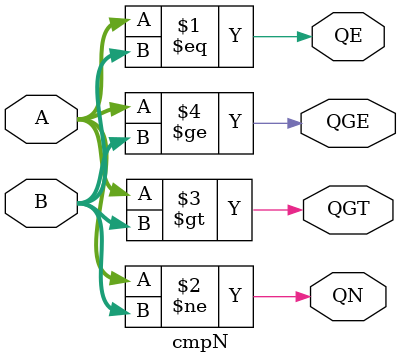
<source format=v>
module cmpN(	// file.cleaned.mlir:2:3
  input  [3:0] A,	// file.cleaned.mlir:2:22
               B,	// file.cleaned.mlir:2:34
  output       QE,	// file.cleaned.mlir:2:47
               QN,	// file.cleaned.mlir:2:60
               QGT,	// file.cleaned.mlir:2:73
               QGE	// file.cleaned.mlir:2:87
);

  assign QE = A == B;	// file.cleaned.mlir:3:10, :7:5
  assign QN = A != B;	// file.cleaned.mlir:4:10, :7:5
  assign QGT = A > B;	// file.cleaned.mlir:5:10, :7:5
  assign QGE = A >= B;	// file.cleaned.mlir:6:10, :7:5
endmodule


</source>
